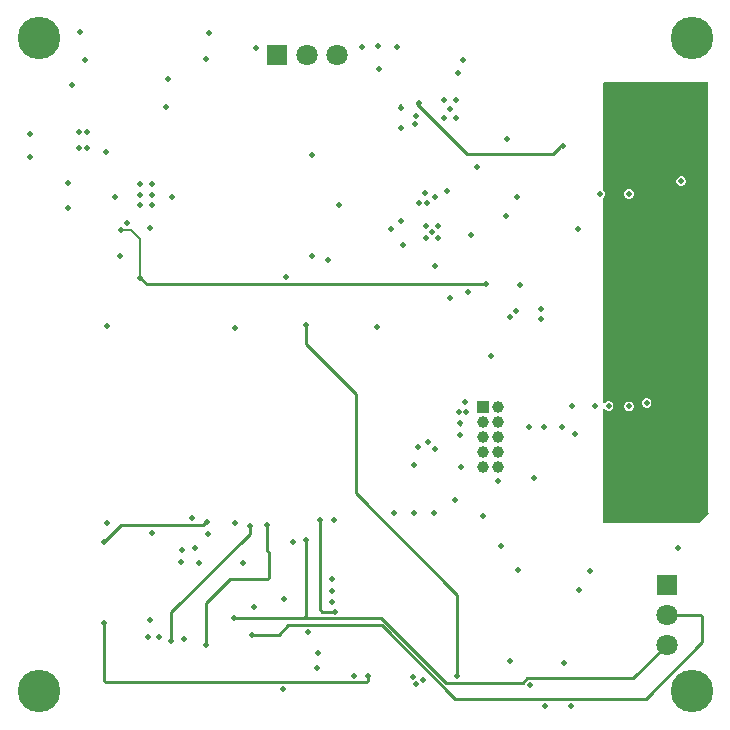
<source format=gbl>
G04*
G04 #@! TF.GenerationSoftware,Altium Limited,Altium Designer,21.9.2 (33)*
G04*
G04 Layer_Physical_Order=4*
G04 Layer_Color=16711680*
%FSLAX25Y25*%
%MOIN*%
G70*
G04*
G04 #@! TF.SameCoordinates,C603DD54-685B-4B9A-A4C2-A7D413009CF4*
G04*
G04*
G04 #@! TF.FilePolarity,Positive*
G04*
G01*
G75*
%ADD12C,0.01000*%
%ADD19C,0.00600*%
%ADD143C,0.07087*%
%ADD144R,0.07087X0.07087*%
%ADD145C,0.03960*%
%ADD146R,0.03960X0.03960*%
%ADD147R,0.07087X0.07087*%
%ADD148C,0.14173*%
%ADD149C,0.01968*%
%ADD150C,0.02000*%
G36*
X197929Y212428D02*
X232375D01*
Y68897D01*
X232607Y68665D01*
X229328Y65386D01*
X197484D01*
X197434Y65865D01*
Y103212D01*
X197671Y103323D01*
X197934Y103365D01*
X198328Y102971D01*
X198916Y102727D01*
X199552D01*
X200141Y102971D01*
X200591Y103421D01*
X200834Y104009D01*
Y104646D01*
X200591Y105234D01*
X200141Y105684D01*
X199552Y105927D01*
X198916D01*
X198328Y105684D01*
X197934Y105289D01*
X197671Y105331D01*
X197434Y105443D01*
Y173771D01*
X197856Y174194D01*
X198100Y174782D01*
Y175418D01*
X197856Y176006D01*
X197434Y176429D01*
Y212059D01*
X197866Y212491D01*
X197929Y212428D01*
D02*
G37*
%LPC*%
G36*
X223773Y180875D02*
X223136D01*
X222548Y180631D01*
X222098Y180181D01*
X221854Y179593D01*
Y178956D01*
X222098Y178368D01*
X222548Y177918D01*
X223136Y177675D01*
X223773D01*
X224361Y177918D01*
X224811Y178368D01*
X225055Y178956D01*
Y179593D01*
X224811Y180181D01*
X224361Y180631D01*
X223773Y180875D01*
D02*
G37*
G36*
X206318Y176700D02*
X205682D01*
X205094Y176456D01*
X204644Y176006D01*
X204400Y175418D01*
Y174782D01*
X204644Y174194D01*
X205094Y173744D01*
X205682Y173500D01*
X206318D01*
X206906Y173744D01*
X207356Y174194D01*
X207600Y174782D01*
Y175418D01*
X207356Y176006D01*
X206906Y176456D01*
X206318Y176700D01*
D02*
G37*
G36*
X212245Y106927D02*
X211608D01*
X211020Y106683D01*
X210570Y106233D01*
X210326Y105645D01*
Y105008D01*
X210570Y104420D01*
X211020Y103970D01*
X211608Y103727D01*
X212245D01*
X212833Y103970D01*
X213283Y104420D01*
X213526Y105008D01*
Y105645D01*
X213283Y106233D01*
X212833Y106683D01*
X212245Y106927D01*
D02*
G37*
G36*
X206318Y105805D02*
X205682D01*
X205094Y105562D01*
X204644Y105112D01*
X204400Y104524D01*
Y103887D01*
X204644Y103299D01*
X205094Y102849D01*
X205682Y102605D01*
X206318D01*
X206906Y102849D01*
X207356Y103299D01*
X207600Y103887D01*
Y104524D01*
X207356Y105112D01*
X206906Y105562D01*
X206318Y105805D01*
D02*
G37*
%LPD*%
D12*
X89394Y28161D02*
X92466Y31233D01*
X123542D02*
X148040Y6736D01*
X92466Y31233D02*
X123542D01*
X114992Y75205D02*
X148829Y41368D01*
X98207Y125056D02*
Y131500D01*
X114992Y75205D02*
Y108270D01*
X98207Y125056D02*
X114992Y108270D01*
X148040Y6736D02*
X211655D01*
X64929Y65693D02*
X65200D01*
X36804Y64772D02*
X64008D01*
X64929Y65693D01*
X31038Y59006D02*
X36804Y64772D01*
X118901Y12810D02*
Y14078D01*
X31623Y12225D02*
X118315D01*
X31037Y12810D02*
Y32171D01*
X118315Y12225D02*
X118901Y12810D01*
X31037D02*
X31623Y12225D01*
X229924Y34600D02*
X230509Y34014D01*
Y25589D02*
Y34014D01*
X218700Y34800D02*
X218900Y34600D01*
X229924D01*
X211655Y6736D02*
X230509Y25589D01*
X80347Y28161D02*
X89394D01*
X123516Y33577D02*
X144928Y12164D01*
X170700D01*
X148829Y14264D02*
Y41368D01*
X97744Y33577D02*
X123516D01*
X74452D02*
X97744D01*
X74278Y33750D02*
X74452Y33577D01*
X102931Y36568D02*
Y66500D01*
Y36568D02*
X103804Y35695D01*
X108145D01*
X98457Y34289D02*
Y59700D01*
X97744Y33577D02*
X98457Y34289D01*
X170700Y12164D02*
X172096Y13560D01*
X207460D02*
X218700Y24800D01*
X172096Y13560D02*
X207460D01*
X85500Y56009D02*
X85880Y55629D01*
X85294Y46543D02*
X85880Y47128D01*
X72951Y46543D02*
X85294D01*
X85500Y56009D02*
Y64780D01*
X85880Y47128D02*
Y55629D01*
X65095Y38686D02*
X72951Y46543D01*
X65095Y24772D02*
Y38686D01*
X79583Y61831D02*
Y64506D01*
X53502Y26170D02*
Y35750D01*
X79583Y61831D01*
X53502Y26170D02*
X53522Y26150D01*
X118901Y14078D02*
X119093Y14270D01*
X100310Y188015D02*
X100500Y187825D01*
X149578Y98288D02*
Y98559D01*
X149782Y94461D02*
Y94616D01*
X149578Y98288D02*
X149680Y98186D01*
Y94718D02*
X149782Y94616D01*
X45232Y145000D02*
X158500D01*
X43132Y147100D02*
X45232Y145000D01*
X148090Y200518D02*
X148276Y200333D01*
X148249Y206239D02*
X148276D01*
X146307Y203286D02*
Y203548D01*
X138531Y164348D02*
X138531D01*
X140500Y162380D02*
Y162380D01*
X130666Y158121D02*
X130857Y158312D01*
X129836Y203706D02*
X129945Y203815D01*
X6413Y195146D02*
X6459Y195100D01*
X135305Y204904D02*
X151959Y188250D01*
X180606D02*
X183121Y190765D01*
X151959Y188250D02*
X180606D01*
X129836Y204613D02*
X129945Y204504D01*
Y203815D02*
Y204504D01*
D19*
X43003Y178472D02*
X43132Y178343D01*
X19042Y178600D02*
X19170Y178472D01*
X6436Y195077D02*
X6459Y195100D01*
X6413Y187400D02*
X6436Y187423D01*
X43132Y147100D02*
Y160116D01*
X36566Y163171D02*
X40076D01*
X43132Y160116D01*
D143*
X218700Y24800D02*
D03*
Y34800D02*
D03*
X108758Y221509D02*
D03*
X98758D02*
D03*
D144*
X218700Y44800D02*
D03*
D145*
X162500Y84000D02*
D03*
X157500D02*
D03*
Y94000D02*
D03*
Y89000D02*
D03*
X162500Y94000D02*
D03*
Y89000D02*
D03*
Y99000D02*
D03*
Y104000D02*
D03*
X157500Y99000D02*
D03*
D146*
Y104000D02*
D03*
D147*
X88758Y221509D02*
D03*
D148*
X9252Y9252D02*
D03*
X226969D02*
D03*
X9252Y226969D02*
D03*
X226969D02*
D03*
D149*
X142469Y164348D02*
D03*
X138531Y164348D02*
D03*
X138531Y160411D02*
D03*
X142469Y160411D02*
D03*
X140500Y162380D02*
D03*
X176865Y136553D02*
D03*
Y133404D02*
D03*
X146307Y203286D02*
D03*
X148276Y206239D02*
D03*
X144339D02*
D03*
Y200333D02*
D03*
X148276D02*
D03*
X47069Y178343D02*
D03*
Y174800D02*
D03*
Y171257D02*
D03*
X43132D02*
D03*
Y174800D02*
D03*
Y178343D02*
D03*
D150*
X207101Y68262D02*
D03*
X203451Y68242D02*
D03*
X199760Y68303D02*
D03*
X229789Y207632D02*
D03*
X216436Y192106D02*
D03*
X216480Y197172D02*
D03*
X229866Y194970D02*
D03*
X188908Y163526D02*
D03*
X169719Y144534D02*
D03*
X166206Y133972D02*
D03*
X168461Y135962D02*
D03*
X94147Y58952D02*
D03*
X31981Y65382D02*
D03*
X81014Y37392D02*
D03*
X98897Y29133D02*
D03*
X207144Y71046D02*
D03*
X203118Y71424D02*
D03*
X199784D02*
D03*
X229733Y199111D02*
D03*
X226100Y205869D02*
D03*
X229673Y203851D02*
D03*
X109330Y171510D02*
D03*
X105543Y152909D02*
D03*
X100500Y154479D02*
D03*
X141466Y173896D02*
D03*
X145401Y175997D02*
D03*
X138759Y172079D02*
D03*
X138068Y175437D02*
D03*
X128605Y224014D02*
D03*
X122397Y224296D02*
D03*
X116866Y224183D02*
D03*
X187014Y104369D02*
D03*
X199234Y104327D02*
D03*
X206000Y104205D02*
D03*
X183748Y97362D02*
D03*
X177640D02*
D03*
X172826Y97434D02*
D03*
X141248Y89986D02*
D03*
X135725Y90669D02*
D03*
X149497Y102210D02*
D03*
X151782Y102295D02*
D03*
X189309Y42911D02*
D03*
X186845Y4296D02*
D03*
X178103D02*
D03*
X133933Y13940D02*
D03*
X135005Y11654D02*
D03*
X137291Y13007D02*
D03*
X140959Y68659D02*
D03*
X134417Y68736D02*
D03*
X127685Y68850D02*
D03*
X60297Y66928D02*
D03*
X65200Y65693D02*
D03*
X57701Y26664D02*
D03*
X114347Y14325D02*
D03*
X90856Y9889D02*
D03*
X101948Y17001D02*
D03*
X102266Y22149D02*
D03*
X107140Y38981D02*
D03*
X107006Y42690D02*
D03*
X106956Y46834D02*
D03*
X56910Y56433D02*
D03*
X65628Y61836D02*
D03*
X49422Y27203D02*
D03*
X45618Y27415D02*
D03*
X46231Y32983D02*
D03*
X61323Y56878D02*
D03*
X91078Y39977D02*
D03*
X108145Y35695D02*
D03*
X184496Y18812D02*
D03*
X80347Y28161D02*
D03*
X77483Y52033D02*
D03*
X79583Y64506D02*
D03*
X100310Y188015D02*
D03*
X122012Y130784D02*
D03*
X74585Y130470D02*
D03*
X32065Y131151D02*
D03*
X22922Y229000D02*
D03*
X66056Y228846D02*
D03*
X107835Y66324D02*
D03*
X148092Y72906D02*
D03*
X157315Y67800D02*
D03*
X150086Y84000D02*
D03*
X149782Y94616D02*
D03*
X149578Y98559D02*
D03*
X169000Y49633D02*
D03*
X163481Y57685D02*
D03*
X193041Y49405D02*
D03*
X166479Y19397D02*
D03*
X74602Y65228D02*
D03*
X56818Y52343D02*
D03*
X46883Y62086D02*
D03*
X152431Y142479D02*
D03*
X153298Y161457D02*
D03*
X165080Y167547D02*
D03*
X223454Y179275D02*
D03*
X165392Y193460D02*
D03*
X134993Y200932D02*
D03*
X134654Y198288D02*
D03*
X148939Y215416D02*
D03*
X150540Y219675D02*
D03*
X19155Y170371D02*
D03*
X64993Y220030D02*
D03*
X81787Y223629D02*
D03*
X51550Y204045D02*
D03*
X24685Y219748D02*
D03*
X222300Y57099D02*
D03*
X188016Y95199D02*
D03*
X194641Y104291D02*
D03*
X211926Y105327D02*
D03*
X136042Y171946D02*
D03*
X126858Y163364D02*
D03*
X38840Y165529D02*
D03*
X34666Y174167D02*
D03*
X172966Y11460D02*
D03*
X148829Y14264D02*
D03*
X155466Y184044D02*
D03*
X31038Y59006D02*
D03*
X158500Y145000D02*
D03*
X136199Y205254D02*
D03*
X130136Y197014D02*
D03*
X36566Y163171D02*
D03*
X168586Y173915D02*
D03*
X98457Y59700D02*
D03*
X139049Y92200D02*
D03*
X65095Y24772D02*
D03*
X85500Y64780D02*
D03*
X53522Y26150D02*
D03*
X119093Y14270D02*
D03*
X31037Y32171D02*
D03*
X130136Y166000D02*
D03*
X146307Y140500D02*
D03*
X141484Y151150D02*
D03*
X91852Y147200D02*
D03*
X130666Y158121D02*
D03*
X122695Y216800D02*
D03*
X130136Y203606D02*
D03*
X206000Y175100D02*
D03*
X196500D02*
D03*
X184015Y191115D02*
D03*
X160000Y121000D02*
D03*
X174500Y80500D02*
D03*
X102931Y66500D02*
D03*
X134357Y84586D02*
D03*
X151444Y105807D02*
D03*
X62810Y52149D02*
D03*
X98207Y131500D02*
D03*
X162500Y79512D02*
D03*
X74278Y33750D02*
D03*
X53706Y173914D02*
D03*
X20200Y211200D02*
D03*
X52414Y213200D02*
D03*
X46202Y163613D02*
D03*
X43132Y147100D02*
D03*
X36487Y154479D02*
D03*
X19042Y178600D02*
D03*
X6459Y195100D02*
D03*
X6413Y187400D02*
D03*
X31754Y189000D02*
D03*
X25454Y190208D02*
D03*
X22647D02*
D03*
X25454Y195831D02*
D03*
X22647D02*
D03*
M02*

</source>
